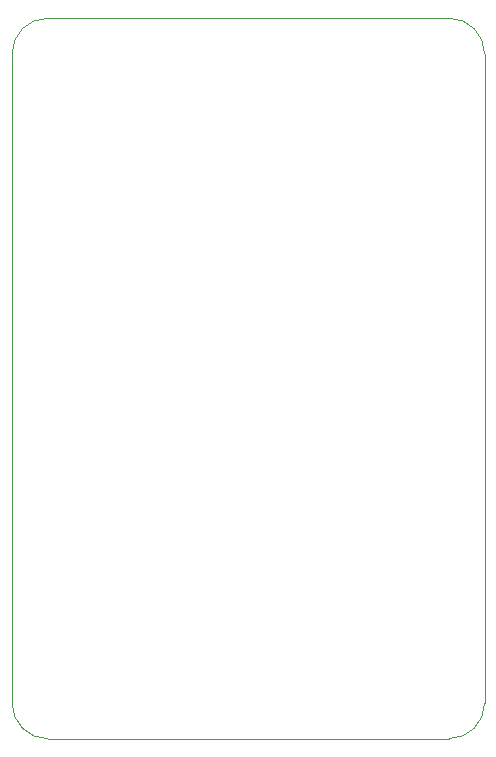
<source format=gm1>
%TF.GenerationSoftware,KiCad,Pcbnew,9.0.6*%
%TF.CreationDate,2025-12-21T17:34:40-08:00*%
%TF.ProjectId,A3909 Prototyping,41333930-3920-4507-926f-746f74797069,rev?*%
%TF.SameCoordinates,Original*%
%TF.FileFunction,Profile,NP*%
%FSLAX46Y46*%
G04 Gerber Fmt 4.6, Leading zero omitted, Abs format (unit mm)*
G04 Created by KiCad (PCBNEW 9.0.6) date 2025-12-21 17:34:40*
%MOMM*%
%LPD*%
G01*
G04 APERTURE LIST*
%TA.AperFunction,Profile*%
%ADD10C,0.050000*%
%TD*%
G04 APERTURE END LIST*
D10*
X28750000Y-20000000D02*
X62750000Y-20000000D01*
X65750000Y-78000000D02*
X65750000Y-23000000D01*
X28750000Y-81000000D02*
G75*
G02*
X25750000Y-78000000I0J3000000D01*
G01*
X65750000Y-78000000D02*
G75*
G02*
X62750000Y-81000000I-3000000J0D01*
G01*
X62750000Y-20000000D02*
G75*
G02*
X65750000Y-23000000I0J-3000000D01*
G01*
X25750000Y-23000000D02*
G75*
G02*
X28750000Y-20000000I3000000J0D01*
G01*
X28750000Y-81000000D02*
X62750000Y-81000000D01*
X25750000Y-23000000D02*
X25750000Y-78000000D01*
M02*

</source>
